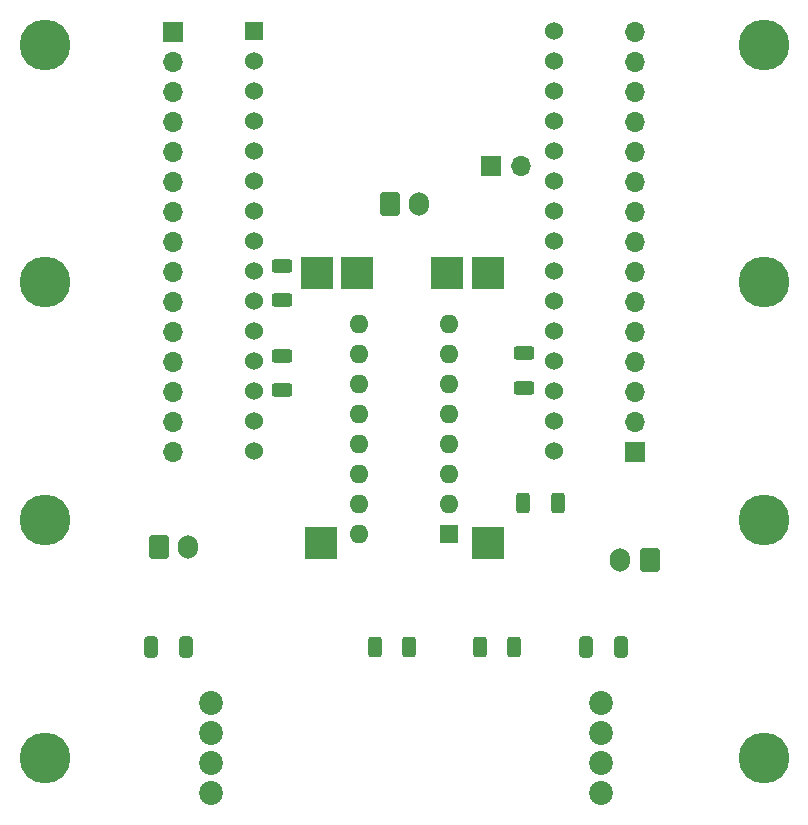
<source format=gbr>
%TF.GenerationSoftware,KiCad,Pcbnew,(7.0.0)*%
%TF.CreationDate,2023-03-13T08:12:35+05:30*%
%TF.ProjectId,Stem,5374656d-2e6b-4696-9361-645f70636258,1.0*%
%TF.SameCoordinates,Original*%
%TF.FileFunction,Soldermask,Bot*%
%TF.FilePolarity,Negative*%
%FSLAX46Y46*%
G04 Gerber Fmt 4.6, Leading zero omitted, Abs format (unit mm)*
G04 Created by KiCad (PCBNEW (7.0.0)) date 2023-03-13 08:12:35*
%MOMM*%
%LPD*%
G01*
G04 APERTURE LIST*
G04 Aperture macros list*
%AMRoundRect*
0 Rectangle with rounded corners*
0 $1 Rounding radius*
0 $2 $3 $4 $5 $6 $7 $8 $9 X,Y pos of 4 corners*
0 Add a 4 corners polygon primitive as box body*
4,1,4,$2,$3,$4,$5,$6,$7,$8,$9,$2,$3,0*
0 Add four circle primitives for the rounded corners*
1,1,$1+$1,$2,$3*
1,1,$1+$1,$4,$5*
1,1,$1+$1,$6,$7*
1,1,$1+$1,$8,$9*
0 Add four rect primitives between the rounded corners*
20,1,$1+$1,$2,$3,$4,$5,0*
20,1,$1+$1,$4,$5,$6,$7,0*
20,1,$1+$1,$6,$7,$8,$9,0*
20,1,$1+$1,$8,$9,$2,$3,0*%
G04 Aperture macros list end*
%ADD10C,4.300000*%
%ADD11R,1.700000X1.700000*%
%ADD12O,1.700000X1.700000*%
%ADD13R,1.524000X1.524000*%
%ADD14C,1.524000*%
%ADD15RoundRect,0.250000X-0.600000X-0.750000X0.600000X-0.750000X0.600000X0.750000X-0.600000X0.750000X0*%
%ADD16O,1.700000X2.000000*%
%ADD17C,2.020000*%
%ADD18R,1.600000X1.600000*%
%ADD19O,1.600000X1.600000*%
%ADD20RoundRect,0.250000X0.600000X0.750000X-0.600000X0.750000X-0.600000X-0.750000X0.600000X-0.750000X0*%
%ADD21RoundRect,0.250000X0.625000X-0.312500X0.625000X0.312500X-0.625000X0.312500X-0.625000X-0.312500X0*%
%ADD22RoundRect,0.250000X-0.625000X0.312500X-0.625000X-0.312500X0.625000X-0.312500X0.625000X0.312500X0*%
%ADD23RoundRect,0.250000X-0.325000X-0.650000X0.325000X-0.650000X0.325000X0.650000X-0.325000X0.650000X0*%
%ADD24RoundRect,0.250000X-0.312500X-0.625000X0.312500X-0.625000X0.312500X0.625000X-0.312500X0.625000X0*%
%ADD25RoundRect,0.250000X0.312500X0.625000X-0.312500X0.625000X-0.312500X-0.625000X0.312500X-0.625000X0*%
%ADD26R,2.800000X2.800000*%
G04 APERTURE END LIST*
D10*
%TO.C,H3*%
X177680000Y-107820000D03*
%TD*%
D11*
%TO.C,J3*%
X166773499Y-81879999D03*
D12*
X166773499Y-79339999D03*
X166773499Y-76799999D03*
X166773499Y-74259999D03*
X166773499Y-71719999D03*
X166773499Y-69179999D03*
X166773499Y-66639999D03*
X166773499Y-64099999D03*
X166773499Y-61559999D03*
X166773499Y-59019999D03*
X166773499Y-56479999D03*
X166773499Y-53939999D03*
X166773499Y-51399999D03*
X166773499Y-48859999D03*
X166773499Y-46319999D03*
%TD*%
D13*
%TO.C,U2*%
X134529999Y-46309999D03*
D14*
X134530000Y-48850000D03*
X134530000Y-51390000D03*
X134530000Y-53930000D03*
X134530000Y-56470000D03*
X134530000Y-59010000D03*
X134530000Y-61550000D03*
X134530000Y-64090000D03*
X134530000Y-66630000D03*
X134530000Y-69170000D03*
X134530000Y-71710000D03*
X134530000Y-74250000D03*
X134530000Y-76790000D03*
X134530000Y-79330000D03*
X134530000Y-81870000D03*
X159930000Y-81870000D03*
X159930000Y-79330000D03*
X159930000Y-76790000D03*
X159930000Y-74250000D03*
X159930000Y-71710000D03*
X159930000Y-69170000D03*
X159930000Y-66630000D03*
X159930000Y-64090000D03*
X159930000Y-61550000D03*
X159930000Y-59010000D03*
X159930000Y-56470000D03*
X159930000Y-53930000D03*
X159930000Y-51390000D03*
X159930000Y-48850000D03*
X159930000Y-46310000D03*
%TD*%
D10*
%TO.C,H7*%
X177680000Y-87686666D03*
%TD*%
%TO.C,H8*%
X177680000Y-67553333D03*
%TD*%
%TO.C,H4*%
X177680000Y-47420000D03*
%TD*%
%TO.C,H2*%
X116780000Y-107820000D03*
%TD*%
%TO.C,H1*%
X116780000Y-47420000D03*
%TD*%
%TO.C,H5*%
X116780000Y-67553333D03*
%TD*%
%TO.C,H6*%
X116780000Y-87686666D03*
%TD*%
D15*
%TO.C,MA*%
X126436500Y-89995000D03*
D16*
X128936499Y-89994999D03*
%TD*%
D17*
%TO.C,J4*%
X130880000Y-110825000D03*
X130880000Y-108285000D03*
X130880000Y-105745000D03*
X130880000Y-103205000D03*
%TD*%
%TO.C,J5*%
X163880000Y-110825000D03*
X163880000Y-108285000D03*
X163880000Y-105745000D03*
X163880000Y-103205000D03*
%TD*%
D18*
%TO.C,U1*%
X151029999Y-88819999D03*
D19*
X151029999Y-86279999D03*
X151029999Y-83739999D03*
X151029999Y-81199999D03*
X151029999Y-78659999D03*
X151029999Y-76119999D03*
X151029999Y-73579999D03*
X151029999Y-71039999D03*
X143409999Y-71039999D03*
X143409999Y-73579999D03*
X143409999Y-76119999D03*
X143409999Y-78659999D03*
X143409999Y-81199999D03*
X143409999Y-83739999D03*
X143409999Y-86279999D03*
X143409999Y-88819999D03*
%TD*%
D11*
%TO.C,J2*%
X127686499Y-46329999D03*
D12*
X127686499Y-48869999D03*
X127686499Y-51409999D03*
X127686499Y-53949999D03*
X127686499Y-56489999D03*
X127686499Y-59029999D03*
X127686499Y-61569999D03*
X127686499Y-64109999D03*
X127686499Y-66649999D03*
X127686499Y-69189999D03*
X127686499Y-71729999D03*
X127686499Y-74269999D03*
X127686499Y-76809999D03*
X127686499Y-79349999D03*
X127686499Y-81889999D03*
%TD*%
D20*
%TO.C,MB*%
X168023500Y-91045000D03*
D16*
X165523499Y-91044999D03*
%TD*%
D21*
%TO.C,R2*%
X136880000Y-69082500D03*
X136880000Y-66157500D03*
%TD*%
D22*
%TO.C,R3*%
X157380000Y-73557500D03*
X157380000Y-76482500D03*
%TD*%
D23*
%TO.C,C2*%
X162605000Y-98420000D03*
X165555000Y-98420000D03*
%TD*%
D21*
%TO.C,R1*%
X136880000Y-76682500D03*
X136880000Y-73757500D03*
%TD*%
D15*
%TO.C,J1*%
X145980000Y-60920000D03*
D16*
X148479999Y-60919999D03*
%TD*%
D23*
%TO.C,C1*%
X125805000Y-98420000D03*
X128755000Y-98420000D03*
%TD*%
D11*
%TO.C,NT1*%
X154604999Y-57719999D03*
D12*
X157144999Y-57719999D03*
%TD*%
D24*
%TO.C,R6*%
X153617500Y-98420000D03*
X156542500Y-98420000D03*
%TD*%
D25*
%TO.C,R5*%
X147642500Y-98420000D03*
X144717500Y-98420000D03*
%TD*%
D24*
%TO.C,R4*%
X157317500Y-86220000D03*
X160242500Y-86220000D03*
%TD*%
D26*
%TO.C,TP1*%
X154342499Y-89632499D03*
X140142499Y-89632499D03*
X154342499Y-66732499D03*
X139842499Y-66732499D03*
X150842499Y-66732499D03*
X143242499Y-66732499D03*
%TD*%
M02*

</source>
